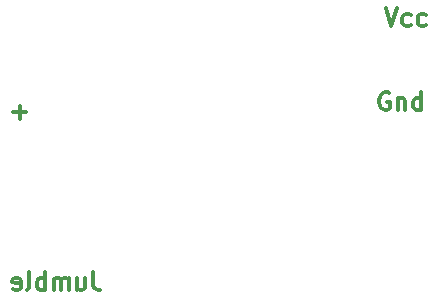
<source format=gbr>
%TF.GenerationSoftware,KiCad,Pcbnew,5.1.6*%
%TF.CreationDate,2020-10-24T08:35:36+02:00*%
%TF.ProjectId,MoCoBiBa_no_charger,4d6f436f-4269-4426-915f-6e6f5f636861,rev?*%
%TF.SameCoordinates,Original*%
%TF.FileFunction,Legend,Bot*%
%TF.FilePolarity,Positive*%
%FSLAX46Y46*%
G04 Gerber Fmt 4.6, Leading zero omitted, Abs format (unit mm)*
G04 Created by KiCad (PCBNEW 5.1.6) date 2020-10-24 08:35:36*
%MOMM*%
%LPD*%
G01*
G04 APERTURE LIST*
%ADD10C,0.300000*%
G04 APERTURE END LIST*
D10*
X31940571Y-51923142D02*
X33083428Y-51923142D01*
X32512000Y-52494571D02*
X32512000Y-51351714D01*
X38738571Y-65472571D02*
X38738571Y-66544000D01*
X38810000Y-66758285D01*
X38952857Y-66901142D01*
X39167142Y-66972571D01*
X39310000Y-66972571D01*
X37381428Y-65972571D02*
X37381428Y-66972571D01*
X38024285Y-65972571D02*
X38024285Y-66758285D01*
X37952857Y-66901142D01*
X37810000Y-66972571D01*
X37595714Y-66972571D01*
X37452857Y-66901142D01*
X37381428Y-66829714D01*
X36667142Y-66972571D02*
X36667142Y-65972571D01*
X36667142Y-66115428D02*
X36595714Y-66044000D01*
X36452857Y-65972571D01*
X36238571Y-65972571D01*
X36095714Y-66044000D01*
X36024285Y-66186857D01*
X36024285Y-66972571D01*
X36024285Y-66186857D02*
X35952857Y-66044000D01*
X35810000Y-65972571D01*
X35595714Y-65972571D01*
X35452857Y-66044000D01*
X35381428Y-66186857D01*
X35381428Y-66972571D01*
X34667142Y-66972571D02*
X34667142Y-65472571D01*
X34667142Y-66044000D02*
X34524285Y-65972571D01*
X34238571Y-65972571D01*
X34095714Y-66044000D01*
X34024285Y-66115428D01*
X33952857Y-66258285D01*
X33952857Y-66686857D01*
X34024285Y-66829714D01*
X34095714Y-66901142D01*
X34238571Y-66972571D01*
X34524285Y-66972571D01*
X34667142Y-66901142D01*
X33095714Y-66972571D02*
X33238571Y-66901142D01*
X33310000Y-66758285D01*
X33310000Y-65472571D01*
X31952857Y-66901142D02*
X32095714Y-66972571D01*
X32381428Y-66972571D01*
X32524285Y-66901142D01*
X32595714Y-66758285D01*
X32595714Y-66186857D01*
X32524285Y-66044000D01*
X32381428Y-65972571D01*
X32095714Y-65972571D01*
X31952857Y-66044000D01*
X31881428Y-66186857D01*
X31881428Y-66329714D01*
X32595714Y-66472571D01*
X63805714Y-50304000D02*
X63662857Y-50232571D01*
X63448571Y-50232571D01*
X63234285Y-50304000D01*
X63091428Y-50446857D01*
X63020000Y-50589714D01*
X62948571Y-50875428D01*
X62948571Y-51089714D01*
X63020000Y-51375428D01*
X63091428Y-51518285D01*
X63234285Y-51661142D01*
X63448571Y-51732571D01*
X63591428Y-51732571D01*
X63805714Y-51661142D01*
X63877142Y-51589714D01*
X63877142Y-51089714D01*
X63591428Y-51089714D01*
X64520000Y-50732571D02*
X64520000Y-51732571D01*
X64520000Y-50875428D02*
X64591428Y-50804000D01*
X64734285Y-50732571D01*
X64948571Y-50732571D01*
X65091428Y-50804000D01*
X65162857Y-50946857D01*
X65162857Y-51732571D01*
X66520000Y-51732571D02*
X66520000Y-50232571D01*
X66520000Y-51661142D02*
X66377142Y-51732571D01*
X66091428Y-51732571D01*
X65948571Y-51661142D01*
X65877142Y-51589714D01*
X65805714Y-51446857D01*
X65805714Y-51018285D01*
X65877142Y-50875428D01*
X65948571Y-50804000D01*
X66091428Y-50732571D01*
X66377142Y-50732571D01*
X66520000Y-50804000D01*
X63492285Y-43120571D02*
X63992285Y-44620571D01*
X64492285Y-43120571D01*
X65635142Y-44549142D02*
X65492285Y-44620571D01*
X65206571Y-44620571D01*
X65063714Y-44549142D01*
X64992285Y-44477714D01*
X64920857Y-44334857D01*
X64920857Y-43906285D01*
X64992285Y-43763428D01*
X65063714Y-43692000D01*
X65206571Y-43620571D01*
X65492285Y-43620571D01*
X65635142Y-43692000D01*
X66920857Y-44549142D02*
X66778000Y-44620571D01*
X66492285Y-44620571D01*
X66349428Y-44549142D01*
X66278000Y-44477714D01*
X66206571Y-44334857D01*
X66206571Y-43906285D01*
X66278000Y-43763428D01*
X66349428Y-43692000D01*
X66492285Y-43620571D01*
X66778000Y-43620571D01*
X66920857Y-43692000D01*
M02*

</source>
